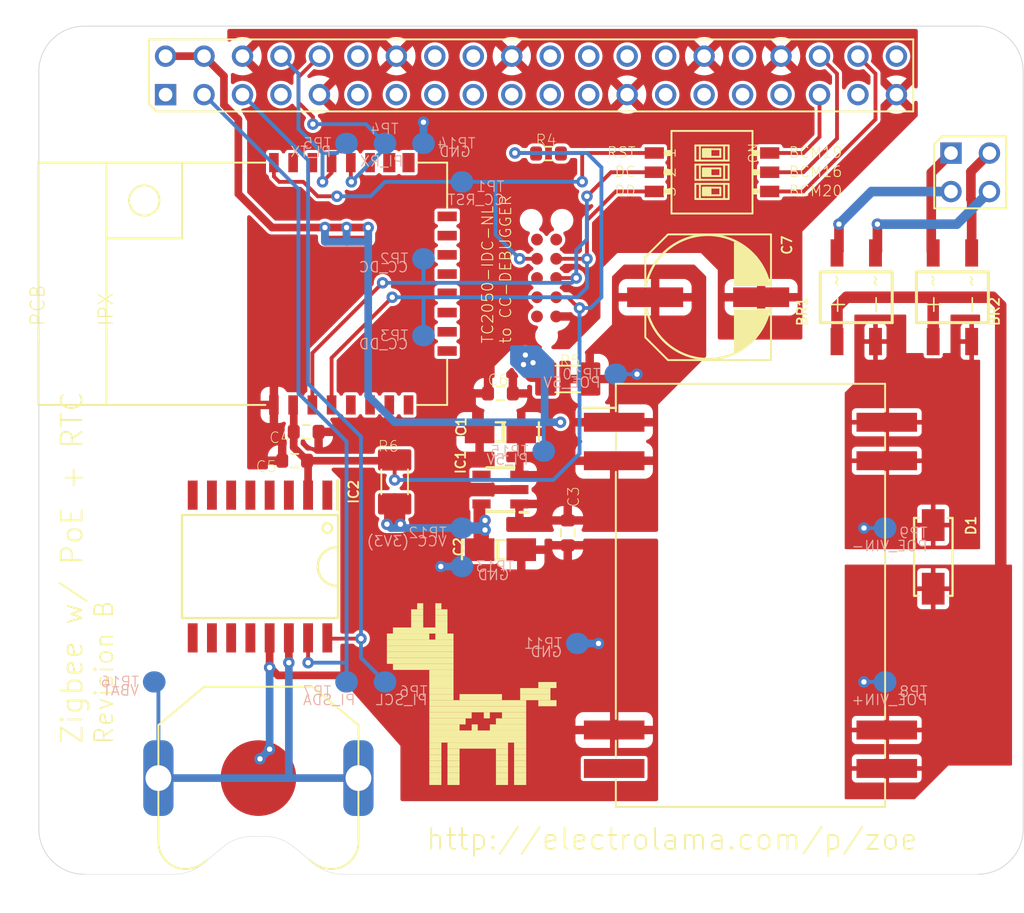
<source format=kicad_pcb>
(kicad_pcb (version 20211014) (generator pcbnew)
  (layers (0 "F.Cu" signal) (31 "B.Cu" signal) (34 "B.Paste" user) (35 "F.Paste" user) (36 "B.SilkS" user "B.Silkscreen") (37 "F.SilkS" user "F.Silkscreen") (38 "B.Mask" user) (39 "F.Mask" user) (44 "Edge.Cuts" user))
  (net 0 "")
  (net 1 "GND")
  (net 2 "POE_VIN+")
  (net 3 "POE_VIN-")
  (net 4 "VB1")
  (net 5 "VB2")
  (net 6 "VA1")
  (net 7 "VA2")
  (net 8 "PI_5V")
  (net 9 "PI_3V3")
  (net 10 "PI_SDA")
  (net 11 "PI_SCL")
  (net 12 "PI_TX")
  (net 13 "PI_RX")
  (net 14 "GP19")
  (net 15 "GP16")
  (net 16 "GP20")
  (net 17 "N$1")
  (net 18 "POE_5V")
  (net 19 "VCC")
  (net 20 "CC_RST")
  (net 21 "CC_DC")
  (net 22 "CC_DD")
  (net 23 "N$2")
  (footprint "eagleBoard:SOP254P665X270-4N" (layer "F.Cu") (at 176.3261 94.9036 90)
    (fp_text reference "BR2")
    (fp_text value "DIODE-RECTIFIER-MB6S")
  )
  (footprint "eagleBoard:_CAP_TANT_A_3216-18R" (layer "F.Cu") (at 146.4811 111.57235 180)
    (fp_text reference "C2")
    (fp_text value "22u")
  )
  (footprint "eagleBoard:SOP254P665X270-4N" (layer "F.Cu") (at 169.9761 94.9036 90)
    (fp_text reference "BR1")
    (fp_text value "DIODE-RECTIFIER-MB6S")
  )
  (footprint "eagleBoard:EBYTE-E18-MS1PA1" (layer "F.Cu") (at 129.4631 94.0146 -90)
    (fp_text reference "MOD1" hide)
    (fp_text value "")
  )
  (footprint "eagleBoard:DSHP03TS-S" (layer "F.Cu") (at 160.4511 86.6486 -90)
    (fp_text reference "SW1" hide)
    (fp_text value "" hide)
  )
  (footprint "eagleBoard:_PKG_C_0603" (layer "F.Cu") (at 133.6541 103.7936)
    (fp_text reference "C4")
    (fp_text value "100n")
  )
  (footprint "eagleBoard:_CAP_ELCO_D8_L10.5" (layer "F.Cu") (at 160.1971 94.9036 180)
    (fp_text reference "C7")
    (fp_text value "470u")
  )
  (footprint "eagleBoard:TP_DUAL_1206" (layer "F.Cu") (at 150.9261 100.3011)
    (fp_text reference "R5")
    (fp_text value "0")
  )
  (footprint "eagleBoard:SOIC127P1032X265-16N" (layer "F.Cu") (at 130.6061 112.6836 -90)
    (fp_text reference "IC2")
    (fp_text value "RTC-DS3231SN#")
  )
  (footprint "eagleBoard:SILVERTEL_AG9800M" (layer "F.Cu") (at 162.9911 114.5886 -90)
    (fp_text reference "MOD2" hide)
    (fp_text value "")
  )
  (footprint "eagleBoard:_PKG_C_0603" (layer "F.Cu") (at 146.4811 101.2536 180)
    (fp_text reference "C6")
    (fp_text value "2u2")
  )
  (footprint "eagleBoard:_PKG_C_0603" (layer "F.Cu") (at 150.9261 110.4611 -90)
    (fp_text reference "C3")
    (fp_text value "2u2")
  )
  (footprint "eagleBoard:DIOM5126X250N-NOPOL" (layer "F.Cu") (at 175.0561 112.0486 90)
    (fp_text reference "D1")
    (fp_text value "DIODE-TVS-SMAJ58CA")
  )
  (footprint "eagleBoard:SOT95P280X145-5N" (layer "F.Cu") (at 146.4811 107.6036 180)
    (fp_text reference "IC1")
    (fp_text value "LDO-TLV70333DBVR")
  )
  (footprint "eagleBoard:_CAP_TANT_A_3216-18R" (layer "F.Cu") (at 146.4811 103.7936)
    (fp_text reference "C1")
    (fp_text value "22u")
  )
  (footprint "eagleBoard:TP_DUAL_1206" (layer "F.Cu") (at 139.4961 107.0956 90)
    (fp_text reference "R6")
    (fp_text value "0")
  )
  (footprint "eagleBoard:_PKG_C_0603" (layer "F.Cu") (at 149.6561 85.4136 180)
    (fp_text reference "R4")
    (fp_text value "4K7")
  )
  (footprint "eagleBoard:_PKG_C_0603" (layer "F.Cu") (at 132.8921 105.6986 180)
    (fp_text reference "C5")
    (fp_text value "100n")
  )
  (footprint "eagleBoard:RPI-HAT-FULL" (layer "F.Cu") (at 116.0011 133.0036)
    (fp_text reference "MOD3" hide)
    (fp_text value "RPI-HAT-FULL")
  )
  (footprint "eagleBoard:ELECTROLAMA" (layer "F.Cu") (at 145.0011 122.5511)
    (fp_text reference "U$1" hide)
    (fp_text value "LOGO-ELECTROLAMA" hide)
  )
  (footprint "eagleBoard:TC2050-IDC-NL" (layer "F.Cu") (at 149.5291 97.4436 90)
    (fp_text reference "CON1" hide)
    (fp_text value "" hide)
  )
  (footprint "eagleBoard:KEYSTONE_3001" (layer "F.Cu") (at 130.5011 126.6536 180)
    (fp_text reference "BAT1" hide)
    (fp_text value "")
  )
  (footprint "eagleBoard:TP" (layer "B.Cu") (at 143.9411 110.1436 180)
    (fp_text reference "TP12")
    (fp_text value "TP" hide)
  )
  (footprint "eagleBoard:TP" (layer "B.Cu") (at 141.4011 92.3636 180)
    (fp_text reference "TP2")
    (fp_text value "TP" hide)
  )
  (footprint "eagleBoard:TP" (layer "B.Cu") (at 171.8811 110.1436 180)
    (fp_text reference "TP9")
    (fp_text value "TP" hide)
  )
  (footprint "eagleBoard:TP" (layer "B.Cu") (at 171.8811 120.3036 180)
    (fp_text reference "TP8")
    (fp_text value "TP" hide)
  )
  (footprint "eagleBoard:TP" (layer "B.Cu") (at 149.3386 105.0636 180)
    (fp_text reference "TP15")
    (fp_text value "TP" hide)
  )
  (footprint "eagleBoard:TP" (layer "B.Cu") (at 141.4011 97.4436 180)
    (fp_text reference "TP3")
    (fp_text value "TP" hide)
  )
  (footprint "eagleBoard:TP" (layer "B.Cu") (at 138.8611 84.7436 180)
    (fp_text reference "TP4")
    (fp_text value "TP" hide)
  )
  (footprint "eagleBoard:TP" (layer "B.Cu") (at 123.6211 120.3036 180)
    (fp_text reference "TP16")
    (fp_text value "TP" hide)
  )
  (footprint "eagleBoard:TP" (layer "B.Cu") (at 143.9411 87.2836 180)
    (fp_text reference "TP1")
    (fp_text value "TP" hide)
  )
  (footprint "eagleBoard:TP" (layer "B.Cu") (at 141.4011 84.7436 180)
    (fp_text reference "TP14")
    (fp_text value "TP" hide)
  )
  (footprint "eagleBoard:TP" (layer "B.Cu") (at 138.8611 120.3036 180)
    (fp_text reference "TP6")
    (fp_text value "TP" hide)
  )
  (footprint "eagleBoard:TP" (layer "B.Cu") (at 143.9411 112.6836 180)
    (fp_text reference "TP13")
    (fp_text value "TP" hide)
  )
  (footprint "eagleBoard:TP" (layer "B.Cu") (at 136.3211 84.7436 180)
    (fp_text reference "TP5")
    (fp_text value "TP" hide)
  )
  (footprint "eagleBoard:TP" (layer "B.Cu") (at 151.5611 117.7636 180)
    (fp_text reference "TP11")
    (fp_text value "TP" hide)
  )
  (footprint "eagleBoard:TP" (layer "B.Cu") (at 136.3211 120.3036 180)
    (fp_text reference "TP7")
    (fp_text value "TP" hide)
  )
  (footprint "eagleBoard:TP" (layer "B.Cu") (at 154.1011 99.9836 180)
    (fp_text reference "TP10")
    (fp_text value "TP" hide)
  )
  (gr_line (start 154.1011 102.2061) (end 151.8786 102.2061) (layer "F.SilkS") (width 0.1524))
  (gr_line (start 178.0011 77.0036) (end 119.0011 77.0036) (layer "Edge.Cuts") (width 0.05))
  (gr_line (start 178.0011 133.0036) (end 136.08725 133.0036) (layer "Edge.Cuts") (width 0.0254))
  (gr_arc (start 116.0011 80.0036) (mid 116.87978 77.88228) (end 119.0011 77.0036) (layer "Edge.Cuts") (width 0.05))
  (gr_arc (start 136.08725 133.0036) (mid 135.065974 132.824416) (end 134.166696 132.308266) (layer "Edge.Cuts") (width 0.0254))
  (gr_line (start 134.166696 132.308266) (end 132.835503 131.198938) (layer "Edge.Cuts") (width 0.0254))
  (gr_arc (start 130.91495 130.503599) (mid 131.936226 130.682785) (end 132.835503 131.198938) (layer "Edge.Cuts") (width 0.0254))
  (gr_arc (start 178.0011 77.0036) (mid 180.12242 77.88228) (end 181.0011 80.0036) (layer "Edge.Cuts") (width 0.05))
  (gr_arc (start 119.0011 133.0036) (mid 116.87978 132.12492) (end 116.0011 130.0036) (layer "Edge.Cuts") (width 0.05))
  (gr_line (start 181.0011 130.0036) (end 181.0011 80.0036) (layer "Edge.Cuts") (width 0.05))
  (gr_line (start 116.0011 80.0036) (end 116.0011 130.0036) (layer "Edge.Cuts") (width 0.05))
  (gr_arc (start 126.835503 132.308266) (mid 125.936226 132.824416) (end 124.91495 133.003601) (layer "Edge.Cuts") (width 0.0254))
  (gr_line (start 128.166696 131.198938) (end 126.835503 132.308266) (layer "Edge.Cuts") (width 0.0254))
  (gr_arc (start 128.166696 131.198937) (mid 129.065974 130.682785) (end 130.08725 130.5036) (layer "Edge.Cuts") (width 0.0254))
  (gr_line (start 124.91495 133.0036) (end 119.0011 133.0036) (layer "Edge.Cuts") (width 0.0254))
  (gr_line (start 130.91495 130.5036) (end 130.08725 130.5036) (layer "Edge.Cuts") (width 0.0254))
  (gr_arc (start 181.0011 130.0036) (mid 180.12242 132.12492) (end 178.0011 133.0036) (layer "Edge.Cuts") (width 0.05))
  (gr_text "CC_DC" (at 140.4486 93.3161) (layer "B.SilkS") (effects (font (size 0.6858 0.6858) (thickness 0.0762)) (justify left bottom mirror)))
  (gr_text "POE_5V" (at 153.1486 100.9361) (layer "B.SilkS") (effects (font (size 0.6858 0.6858) (thickness 0.0762)) (justify left bottom mirror)))
  (gr_text "PI_RX" (at 140.1311 86.3311) (layer "B.SilkS") (effects (font (size 0.6858 0.6858) (thickness 0.0762)) (justify left bottom mirror)))
  (gr_text "POE_VIN+" (at 174.7386 121.8911) (layer "B.SilkS") (effects (font (size 0.6858 0.6858) (thickness 0.0762)) (justify left bottom mirror)))
  (gr_text "GND" (at 144.5761 85.6961) (layer "B.SilkS") (effects (font (size 0.6858 0.6858) (thickness 0.0762)) (justify left bottom mirror)))
  (gr_text "CC_RST" (at 146.7986 88.8711) (layer "B.SilkS") (effects (font (size 0.6858 0.6858) (thickness 0.0762)) (justify left bottom mirror)))
  (gr_text "GND" (at 150.6086 118.7161) (layer "B.SilkS") (effects (font (size 0.6858 0.6858) (thickness 0.0762)) (justify left bottom mirror)))
  (gr_text "PI_TX" (at 135.3686 85.6961) (layer "B.SilkS") (effects (font (size 0.6858 0.6858) (thickness 0.0762)) (justify left bottom mirror)))
  (gr_text "PI_SDA" (at 136.9561 121.8911) (layer "B.SilkS") (effects (font (size 0.6858 0.6858) (thickness 0.0762)) (justify left bottom mirror)))
  (gr_text "VBAT" (at 122.6686 121.2561) (layer "B.SilkS") (effects (font (size 0.6858 0.6858) (thickness 0.0762)) (justify left bottom mirror)))
  (gr_text "VCC (3V3)" (at 142.9886 111.4136) (layer "B.SilkS") (effects (font (size 0.6858 0.6858) (thickness 0.0762)) (justify left bottom mirror)))
  (gr_text "CC_DD" (at 140.4486 98.3961) (layer "B.SilkS") (effects (font (size 0.6858 0.6858) (thickness 0.0762)) (justify left bottom mirror)))
  (gr_text "PI_SCL" (at 141.7186 121.8911) (layer "B.SilkS") (effects (font (size 0.6858 0.6858) (thickness 0.0762)) (justify left bottom mirror)))
  (gr_text "GND" (at 147.1161 113.6361) (layer "B.SilkS") (effects (font (size 0.6858 0.6858) (thickness 0.0762)) (justify left bottom mirror)))
  (gr_text "POE_VIN-" (at 174.7386 111.7311) (layer "B.SilkS") (effects (font (size 0.6858 0.6858) (thickness 0.0762)) (justify left bottom mirror)))
  (gr_text "PI_5V" (at 148.3861 106.0161) (layer "B.SilkS") (effects (font (size 0.6858 0.6858) (thickness 0.0762)) (justify left bottom mirror)))
  (gr_text "DD" (at 155.4611 88.2936) (layer "F.SilkS") (effects (font (size 0.70104 0.70104) (thickness 0.06096)) (justify right bottom)))
  (gr_text "TC2050-IDC-NL\nto CC-DEBUGGER" (at 147.2511 98.0036 90) (layer "F.SilkS") (effects (font (size 0.736 0.736) (thickness 0.064)) (justify left bottom)))
  (gr_text "BCM19" (at 165.4786 85.7536) (layer "F.SilkS") (effects (font (size 0.70104 0.70104) (thickness 0.06096)) (justify left bottom)))
  (gr_text "http://electrolama.com/p/zoe" (at 141.5011 131.5036) (layer "F.SilkS") (effects (font (size 1.38 1.38) (thickness 0.12)) (justify left bottom)))
  (gr_text "BCM16" (at 165.4786 87.0236) (layer "F.SilkS") (effects (font (size 0.70104 0.70104) (thickness 0.06096)) (justify left bottom)))
  (gr_text "RST" (at 155.4611 85.7536) (layer "F.SilkS") (effects (font (size 0.70104 0.70104) (thickness 0.06096)) (justify right bottom)))
  (gr_text "Revision B" (at 121.0011 124.5036 90) (layer "F.SilkS") (effects (font (size 1.196 1.196) (thickness 0.104)) (justify left bottom)))
  (gr_text "DC" (at 155.4611 87.0236) (layer "F.SilkS") (effects (font (size 0.70104 0.70104) (thickness 0.06096)) (justify right bottom)))
  (gr_text "Zigbee w/ PoE + RTC" (at 119.0011 124.5036 90) (layer "F.SilkS") (effects (font (size 1.38 1.38) (thickness 0.12)) (justify left bottom)))
  (gr_text "BCM20" (at 165.4786 88.2936) (layer "F.SilkS") (effects (font (size 0.70104 0.70104) (thickness 0.06096)) (justify left bottom)))
  (segment (start 131.2411 119.3511) (end 131.266162 119.3511) (width 0.508) (layer "F.Cu") (net 1))
  (segment (start 130.6061 126.5486) (end 130.5011 126.6536) (width 0.508) (layer "F.Cu") (net 1))
  (segment (start 144.73485 101.09485) (end 144.73485 103.42235) (width 0.254) (layer "F.Cu") (net 1))
  (segment (start 144.8936 101.2536) (end 144.73485 101.09485) (width 0.254) (layer "F.Cu") (net 1))
  (segment (start 145.6611 101.2536) (end 144.8936 101.2536) (width 0.254) (layer "F.Cu") (net 1))
  (segment (start 131.266162 119.3511) (end 131.784062 119.869) (width 0.508) (layer "F.Cu") (net 1))
  (segment (start 144.73485 103.42235) (end 145.1061 103.7936) (width 0.254) (layer "F.Cu") (net 1))
  (segment (start 147.7311 107.6036) (end 145.2111 107.6036) (width 0.5842) (layer "F.Cu") (net 1))
  (segment (start 150.1641 96.1736) (end 150.9261 96.1736) (width 0.508) (layer "F.Cu") (net 1))
  (segment (start 130.5011 125.4886) (end 130.6061 125.3836) (width 0.508) (layer "F.Cu") (net 1))
  (segment (start 131.2411 117.3956) (end 131.2411 119.3511) (width 0.508) (layer "F.Cu") (net 1))
  (segment (start 130.5011 126.6536) (end 130.5011 125.4886) (width 0.508) (layer "F.Cu") (net 1))
  (segment (start 130.6061 125.3836) (end 130.6061 126.5486) (width 0.508) (layer "F.Cu") (net 1))
  (segment (start 130.6061 125.3836) (end 131.2411 124.7486) (width 0.508) (layer "F.Cu") (net 1))
  (segment (start 131.784062 119.869) (end 137.000365 119.869) (width 0.508) (layer "F.Cu") (net 1))
  (via (at 142.5441 112.6836) (size 0.7564) (drill 0.35) (layers "F.Cu" "B.Cu") (net 1))
  (via (at 130.6061 125.3836) (size 0.7564) (drill 0.35) (layers "F.Cu" "B.Cu") (net 1))
  (via (at 131.2411 119.3511) (size 0.7564) (drill 0.35) (layers "F.Cu" "B.Cu") (net 1))
  (via (at 131.2411 124.7486) (size 0.7564) (drill 0.35) (layers "F.Cu" "B.Cu") (net 1))
  (via (at 141.4011 83.3466) (size 0.7564) (drill 0.35) (layers "F.Cu" "B.Cu") (net 1))
  (via (at 152.9581 117.7636) (size 0.7564) (drill 0.35) (layers "F.Cu" "B.Cu") (net 1))
  (segment (start 131.2411 124.7486) (end 130.6061 125.3836) (width 0.508) (layer "B.Cu") (net 1))
  (segment (start 151.5611 117.7636) (end 152.9581 117.7636) (width 0.508) (layer "B.Cu") (net 1))
  (segment (start 143.9411 112.6836) (end 142.5441 112.6836) (width 0.508) (layer "B.Cu") (net 1))
  (segment (start 131.2411 119.3511) (end 131.2411 124.7486) (width 0.508) (layer "B.Cu") (net 1))
  (segment (start 141.4011 84.7436) (end 141.4011 83.3466) (width 0.508) (layer "B.Cu") (net 1))
  (segment (start 168.7061 97.8286) (end 168.7061 95.5386) (width 0.762) (layer "F.Cu") (net 2))
  (segment (start 175.0561 97.8286) (end 175.0561 94.9036) (width 0.762) (layer "F.Cu") (net 2))
  (segment (start 169.3411 94.9036) (end 175.0561 94.9036) (width 0.762) (layer "F.Cu") (net 2))
  (segment (start 179.5152 95.4497) (end 179.5152 114.257) (width 0.762) (layer "F.Cu") (net 2))
  (segment (start 178.9691 94.9036) (end 179.5152 95.4497) (width 0.762) (layer "F.Cu") (net 2))
  (segment (start 179.5152 114.257) (end 179.5011 114.2711) (width 0.762) (layer "F.Cu") (net 2))
  (segment (start 175.0561 94.9036) (end 178.9691 94.9036) (width 0.762) (layer "F.Cu") (net 2))
  (segment (start 168.7061 95.5386) (end 169.3411 94.9036) (width 0.762) (layer "F.Cu") (net 2))
  (via (at 170.4841 120.3036) (size 0.7564) (drill 0.35) (layers "F.Cu" "B.Cu") (net 2))
  (segment (start 171.8811 120.3036) (end 170.4841 120.3036) (width 0.254) (layer "B.Cu") (net 2))
  (via (at 170.4841 110.1436) (size 0.7564) (drill 0.35) (layers "F.Cu" "B.Cu") (net 3))
  (segment (start 171.8811 110.1436) (end 170.4841 110.1436) (width 0.254) (layer "B.Cu") (net 3))
  (segment (start 171.3731 90.0776) (end 171.3731 91.8516) (width 0.635) (layer "F.Cu") (net 4))
  (segment (start 171.3731 91.8516) (end 171.2461 91.9786) (width 0.635) (layer "F.Cu") (net 4))
  (via (at 171.3731 90.0776) (size 0.7564) (drill 0.35) (layers "F.Cu" "B.Cu") (net 4))
  (segment (start 178.77085 87.92495) (end 176.6182 90.0776) (width 0.635) (layer "B.Cu") (net 4))
  (segment (start 176.6182 90.0776) (end 171.3731 90.0776) (width 0.635) (layer "B.Cu") (net 4))
  (segment (start 168.8331 90.0776) (end 168.8331 91.8516) (width 0.635) (layer "F.Cu") (net 5))
  (segment (start 168.8331 91.8516) (end 168.7061 91.9786) (width 0.635) (layer "F.Cu") (net 5))
  (via (at 168.8331 90.0776) (size 0.7564) (drill 0.35) (layers "F.Cu" "B.Cu") (net 5))
  (segment (start 176.23085 87.92495) (end 170.98575 87.92495) (width 0.635) (layer "B.Cu") (net 5))
  (segment (start 170.98575 87.92495) (end 168.8331 90.0776) (width 0.635) (layer "B.Cu") (net 5))
  (segment (start 177.54615 88.432238) (end 177.54615 86.60965) (width 0.635) (layer "F.Cu") (net 6))
  (segment (start 177.5961 91.9786) (end 177.5961 88.482188) (width 0.635) (layer "F.Cu") (net 6))
  (segment (start 177.54615 86.60965) (end 178.77085 85.38495) (width 0.635) (layer "F.Cu") (net 6))
  (segment (start 177.5961 88.482188) (end 177.54615 88.432238) (width 0.635) (layer "F.Cu") (net 6))
  (segment (start 174.9291 86.6867) (end 174.9291 91.8516) (width 0.635) (layer "F.Cu") (net 7))
  (segment (start 174.9291 91.8516) (end 175.0561 91.9786) (width 0.635) (layer "F.Cu") (net 7))
  (segment (start 176.23085 85.38495) (end 174.9291 86.6867) (width 0.635) (layer "F.Cu") (net 7))
  (segment (start 149.4761 100.3011) (end 149.2856 100.1106) (width 0.762) (layer "F.Cu") (net 8))
  (segment (start 136.3211 91.0936) (end 137.74985 91.0936) (width 0.508) (layer "F.Cu") (net 8))
  (segment (start 136.3211 90.29985) (end 136.3211 91.0936) (width 0.508) (layer "F.Cu") (net 8))
  (segment (start 131.39985 90.29985) (end 129.17735 88.07735) (width 0.508) (layer "F.Cu") (net 8))
  (segment (start 137.74985 90.29985) (end 136.3211 90.29985) (width 0.508) (layer "F.Cu") (net 8))
  (segment (start 124.3704 78.98415) (end 126.9104 78.98415) (width 0.508) (layer "F.Cu") (net 8))
  (segment (start 148.126196 99.723697) (end 148.126196 99.227504) (width 0.762) (layer "F.Cu") (net 8))
  (segment (start 134.89235 90.29985) (end 136.3211 90.29985) (width 0.508) (layer "F.Cu") (net 8))
  (segment (start 134.89235 90.29985) (end 131.39985 90.29985) (width 0.508) (layer "F.Cu") (net 8))
  (segment (start 148.126196 99.227504) (end 148.0051 99.3486) (width 1.016) (layer "F.Cu") (net 8))
  (segment (start 148.634196 99.977697) (end 148.7671 100.1106) (width 0.762) (layer "F.Cu") (net 8))
  (segment (start 137.74985 91.0936) (end 137.74985 90.29985) (width 0.508) (layer "F.Cu") (net 8))
  (segment (start 148.7671 100.1106) (end 148.5131 100.1106) (width 0.762) (layer "F.Cu") (net 8))
  (segment (start 148.6401 99.2216) (end 148.634196 99.227504) (width 1.016) (layer "F.Cu") (net 8))
  (segment (start 126.9104 78.98415) (end 128.22485 80.2986) (width 0.508) (layer "F.Cu") (net 8))
  (segment (start 128.22485 82.2036) (end 129.17735 83.1561) (width 0.508) (layer "F.Cu") (net 8))
  (segment (start 148.634196 99.227504) (end 148.634196 99.977697) (width 0.762) (layer "F.Cu") (net 8))
  (segment (start 149.2856 100.1106) (end 148.7671 100.1106) (width 0.762) (layer "F.Cu") (net 8))
  (segment (start 134.89235 90.29985) (end 134.89235 91.0936) (width 0.508) (layer "F.Cu") (net 8))
  (segment (start 134.89235 91.0936) (end 136.3211 91.0936) (width 0.508) (layer "F.Cu") (net 8))
  (segment (start 148.126196 98.719504) (end 148.126196 99.227504) (width 0.889) (layer "F.Cu") (net 8))
  (segment (start 129.17735 83.1561) (end 129.17735 88.07735) (width 0.508) (layer "F.Cu") (net 8))
  (segment (start 148.5131 100.1106) (end 148.126196 99.723697) (width 0.762) (layer "F.Cu") (net 8))
  (segment (start 128.22485 80.2986) (end 128.22485 82.2036) (width 0.508) (layer "F.Cu") (net 8))
  (via (at 148.0051 99.3486) (size 0.7564) (drill 0.35) (layers "F.Cu" "B.Cu") (net 8))
  (via (at 136.3211 90.29985) (size 0.7564) (drill 0.35) (layers "F.Cu" "B.Cu") (net 8))
  (via (at 134.89235 90.29985) (size 0.7564) (drill 0.35) (layers "F.Cu" "B.Cu") (net 8))
  (via (at 148.634196 99.227504) (size 0.7564) (drill 0.35) (layers "F.Cu" "B.Cu") (net 8))
  (via (at 148.126196 98.719504) (size 0.7564) (drill 0.35) (layers "F.Cu" "B.Cu") (net 8))
  (via (at 137.74985 90.29985) (size 0.7564) (drill 0.35) (layers "F.Cu" "B.Cu") (net 8))
  (via (at 150.44985 103.1586) (size 0.7564) (drill 0.35) (layers "F.Cu" "B.Cu") (net 8))
  (segment (start 134.89235 91.25235) (end 134.89235 90.29985) (width 0.508) (layer "B.Cu") (net 8))
  (segment (start 149.4021 99.4756) (end 149.1481 99.4756) (width 0.508) (layer "B.Cu") (net 8))
  (segment (start 137.74985 101.41235) (end 137.74985 91.25235) (width 0.508) (layer "B.Cu") (net 8))
  (segment (start 149.4021 103.0951) (end 149.4021 99.4756) (width 0.508) (layer "B.Cu") (net 8))
  (segment (start 136.3211 91.25235) (end 134.89235 91.25235) (width 0.508) (layer "B.Cu") (net 8))
  (segment (start 137.74985 91.25235) (end 136.3211 91.25235) (width 0.508) (layer "B.Cu") (net 8))
  (segment (start 137.74985 90.29985) (end 137.74985 91.25235) (width 0.508) (layer "B.Cu") (net 8))
  (segment (start 137.74985 101.41235) (end 139.4961 103.1586) (width 0.508) (layer "B.Cu") (net 8))
  (segment (start 148.1321 98.725407) (end 148.1321 98.7136) (width 0.508) (layer "B.Cu") (net 8))
  (segment (start 149.3386 105.0636) (end 149.3386 103.1586) (width 0.254) (layer "B.Cu") (net 8))
  (segment (start 148.634196 99.227504) (end 148.1321 98.725407) (width 0.508) (layer "B.Cu") (net 8))
  (segment (start 148.0051 99.3486) (end 148.3861 98.9676) (width 0.508) (layer "B.Cu") (net 8))
  (segment (start 149.3386 103.1586) (end 149.4021 103.0951) (width 0.508) (layer "B.Cu") (net 8))
  (segment (start 149.3386 103.1586) (end 150.44985 103.1586) (width 0.508) (layer "B.Cu") (net 8))
  (segment (start 139.4961 103.1586) (end 149.3386 103.1586) (width 0.508) (layer "B.Cu") (net 8))
  (segment (start 148.1321 98.7136) (end 148.126196 98.719504) (width 0.508) (layer "B.Cu") (net 8))
  (segment (start 136.3211 90.29985) (end 136.3211 91.25235) (width 0.508) (layer "B.Cu") (net 8))
  (segment (start 133.7811 117.3956) (end 133.7811 119.0336) (width 0.254) (layer "F.Cu") (net 10))
  (via (at 133.7811 119.0336) (size 0.7564) (drill 0.35) (layers "F.Cu" "B.Cu") (net 10))
  (segment (start 133.1461 101.2536) (end 133.1461 87.75985) (width 0.254) (layer "B.Cu") (net 10))
  (segment (start 133.1461 87.75985) (end 126.9104 81.52415) (width 0.254) (layer "B.Cu") (net 10))
  (segment (start 133.7811 119.0336) (end 136.3211 119.0336) (width 0.254) (layer "B.Cu") (net 10))
  (segment (start 136.3211 104.4286) (end 136.3211 119.0336) (width 0.254) (layer "B.Cu") (net 10))
  (segment (start 136.3211 119.0336) (end 136.3211 120.3036) (width 0.254) (layer "B.Cu") (net 10))
  (segment (start 133.1461 101.2536) (end 136.3211 104.4286) (width 0.254) (layer "B.Cu") (net 10))
  (segment (start 137.2736 117.4461) (end 135.1016 117.4461) (width 0.254) (layer "F.Cu") (net 11))
  (segment (start 135.1016 117.4461) (end 135.0511 117.3956) (width 0.254) (layer "F.Cu") (net 11))
  (via (at 137.2736 117.4461) (size 0.7564) (drill 0.35) (layers "F.Cu" "B.Cu") (net 11))
  (segment (start 137.2736 104.1111) (end 137.2736 117.4461) (width 0.254) (layer "B.Cu") (net 11))
  (segment (start 129.4504 81.52415) (end 133.7811 85.85485) (width 0.254) (layer "B.Cu") (net 11))
  (segment (start 133.7811 100.6186) (end 137.2736 104.1111) (width 0.254) (layer "B.Cu") (net 11))
  (segment (start 137.2736 118.7161) (end 137.2736 117.4461) (width 0.254) (layer "B.Cu") (net 11))
  (segment (start 133.7811 85.85485) (end 133.7811 100.6186) (width 0.254) (layer "B.Cu") (net 11))
  (segment (start 138.8611 120.3036) (end 137.2736 118.7161) (width 0.254) (layer "B.Cu") (net 11))
  (segment (start 135.3686 85.9791) (end 135.3331 86.0146) (width 0.254) (layer "F.Cu") (net 12))
  (segment (start 135.3331 86.6841) (end 134.7336 87.2836) (width 0.254) (layer "F.Cu") (net 12))
  (segment (start 135.3331 86.0146) (end 135.3331 86.6841) (width 0.254) (layer "F.Cu") (net 12))
  (via (at 134.7336 87.2836) (size 0.7564) (drill 0.35) (layers "F.Cu" "B.Cu") (net 12))
  (segment (start 135.6861 85.3786) (end 134.7336 85.3786) (width 0.254) (layer "B.Cu") (net 12))
  (segment (start 134.7336 85.3786) (end 134.7336 87.2836) (width 0.254) (layer "B.Cu") (net 12))
  (segment (start 133.1461 80.13985) (end 133.1461 83.7911) (width 0.254) (layer "B.Cu") (net 12))
  (segment (start 133.1461 83.7911) (end 134.7336 85.3786) (width 0.254) (layer "B.Cu") (net 12))
  (segment (start 131.9904 78.98415) (end 133.1461 80.13985) (width 0.254) (layer "B.Cu") (net 12))
  (segment (start 136.3211 84.7436) (end 135.6861 85.3786) (width 0.254) (layer "B.Cu") (net 12))
  (segment (start 133.1461 80.36845) (end 133.1461 82.04485) (width 0.254) (layer "F.Cu") (net 13))
  (segment (start 136.6386 87.2836) (end 136.6031 87.2481) (width 0.254) (layer "F.Cu") (net 13))
  (segment (start 133.1461 82.04485) (end 134.0986 82.99735) (width 0.254) (layer "F.Cu") (net 13))
  (segment (start 134.0986 82.99735) (end 134.0986 83.4736) (width 0.254) (layer "F.Cu") (net 13))
  (segment (start 136.6386 85.9791) (end 136.6031 86.0146) (width 0.254) (layer "F.Cu") (net 13))
  (segment (start 136.6031 87.2481) (end 136.6031 86.0146) (width 0.254) (layer "F.Cu") (net 13))
  (segment (start 134.5304 78.98415) (end 133.1461 80.36845) (width 0.254) (layer "F.Cu") (net 13))
  (via (at 136.6386 87.2836) (size 0.7564) (drill 0.35) (layers "F.Cu" "B.Cu") (net 13))
  (via (at 134.0986 83.4736) (size 0.7564) (drill 0.35) (layers "F.Cu" "B.Cu") (net 13))
  (segment (start 134.0986 83.4736) (end 137.5911 83.4736) (width 0.254) (layer "B.Cu") (net 13))
  (segment (start 137.5911 83.4736) (end 138.8611 84.7436) (width 0.254) (layer "B.Cu") (net 13))
  (segment (start 138.8611 84.7436) (end 138.8611 85.0611) (width 0.254) (layer "B.Cu") (net 13))
  (segment (start 138.8611 85.0611) (end 136.6386 87.2836) (width 0.254) (layer "B.Cu") (net 13))
  (segment (start 167.5504 81.52415) (end 167.5504 84.3118) (width 0.254) (layer "F.Cu") (net 14))
  (segment (start 166.4836 85.3786) (end 164.2611 85.3786) (width 0.254) (layer "F.Cu") (net 14))
  (segment (start 167.5504 84.3118) (end 166.4836 85.3786) (width 0.254) (layer "F.Cu") (net 14))
  (segment (start 168.7061 84.4261) (end 166.4836 86.6486) (width 0.254) (layer "F.Cu") (net 15))
  (segment (start 168.7061 80.13985) (end 168.7061 84.4261) (width 0.254) (layer "F.Cu") (net 15))
  (segment (start 167.5504 78.98415) (end 168.7061 80.13985) (width 0.254) (layer "F.Cu") (net 15))
  (segment (start 166.4836 86.6486) (end 164.2611 86.6486) (width 0.254) (layer "F.Cu") (net 15))
  (segment (start 166.4836 87.9186) (end 164.2611 87.9186) (width 0.254) (layer "F.Cu") (net 16))
  (segment (start 171.2461 80.13985) (end 171.2461 83.1561) (width 0.254) (layer "F.Cu") (net 16))
  (segment (start 170.0904 78.98415) (end 171.2461 80.13985) (width 0.254) (layer "F.Cu") (net 16))
  (segment (start 171.2461 83.1561) (end 166.4836 87.9186) (width 0.254) (layer "F.Cu") (net 16))
  (segment (start 132.5111 117.3956) (end 132.5111 119.0336) (width 0.508) (layer "F.Cu") (net 17))
  (via (at 132.5111 119.0336) (size 0.7564) (drill 0.35) (layers "F.Cu" "B.Cu") (net 17))
  (segment (start 123.8971 120.5796) (end 123.6211 120.3036) (width 0.254) (layer "B.Cu") (net 17))
  (segment (start 123.8971 126.6536) (end 123.8971 120.5796) (width 0.254) (layer "B.Cu") (net 17))
  (segment (start 123.8971 126.6536) (end 132.5111 126.6536) (width 0.508) (layer "B.Cu") (net 17))
  (segment (start 132.5111 119.0336) (end 132.5111 126.6536) (width 0.508) (layer "B.Cu") (net 17))
  (segment (start 137.1051 126.6536) (end 132.5111 126.6536) (width 0.508) (layer "B.Cu") (net 17))
  (via (at 155.4981 99.9836) (size 0.7564) (drill 0.35) (layers "F.Cu" "B.Cu") (net 18))
  (segment (start 154.1011 99.9836) (end 155.4981 99.9836) (width 0.254) (layer "B.Cu") (net 18))
  (segment (start 150.9261 94.9036) (end 151.6345 95.612) (width 0.254) (layer "F.Cu") (net 19))
  (segment (start 132.8341 103.7936) (end 132.8341 104.4231) (width 0.508) (layer "F.Cu") (net 19))
  (segment (start 132.8341 104.4231) (end 132.8286 104.4286) (width 0.508) (layer "F.Cu") (net 19))
  (segment (start 132.8341 102.0556) (end 132.8341 103.7936) (width 0.508) (layer "F.Cu") (net 19))
  (segment (start 132.8286 104.8151) (end 133.7121 105.6986) (width 0.508) (layer "F.Cu") (net 19))
  (segment (start 133.7811 105.7676) (end 133.7811 107.9716) (width 0.508) (layer "F.Cu") (net 19))
  (segment (start 133.7121 105.6986) (end 133.7811 105.7676) (width 0.508) (layer "F.Cu") (net 19))
  (segment (start 148.8011 85.3786) (end 148.8361 85.4136) (width 0.254) (layer "F.Cu") (net 19))
  (segment (start 150.1641 94.9036) (end 150.9261 94.9036) (width 0.254) (layer "F.Cu") (net 19))
  (segment (start 132.8286 104.4286) (end 132.8286 104.8151) (width 0.508) (layer "F.Cu") (net 19))
  (segment (start 139.4961 106.9686) (end 139.4961 105.6456) (width 0.254) (layer "F.Cu") (net 19))
  (segment (start 132.7931 102.0146) (end 132.8341 102.0556) (width 0.508) (layer "F.Cu") (net 19))
  (segment (start 139.4431 105.6986) (end 139.4961 105.6456) (width 0.508) (layer "F.Cu") (net 19))
  (segment (start 151.6345 95.612) (end 151.704687 95.612) (width 0.254) (layer "F.Cu") (net 19))
  (segment (start 133.7121 105.6986) (end 139.4431 105.6986) (width 0.508) (layer "F.Cu") (net 19))
  (segment (start 147.4336 85.3786) (end 148.8011 85.3786) (width 0.254) (layer "F.Cu") (net 19))
  (via (at 147.4336 85.3786) (size 0.7564) (drill 0.35) (layers "F.Cu" "B.Cu") (net 19))
  (via (at 139.4961 106.9686) (size 0.7564) (drill 0.35) (layers "F.Cu" "B.Cu") (net 19))
  (via (at 151.704687 95.612) (size 0.7564) (drill 0.35) (layers "F.Cu" "B.Cu") (net 19))
  (segment (start 151.704687 105.237513) (end 149.9736 106.9686) (width 0.254) (layer "B.Cu") (net 19))
  (segment (start 152.4402 95.612) (end 153.1486 94.9036) (width 0.254) (layer "B.Cu") (net 19))
  (segment (start 151.704687 95.612) (end 151.704687 105.237513) (width 0.254) (layer "B.Cu") (net 19))
  (segment (start 151.704687 95.612) (end 152.4402 95.612) (width 0.254) (layer "B.Cu") (net 19))
  (segment (start 152.1961 85.3786) (end 147.4336 85.3786) (width 0.254) (layer "B.Cu") (net 19))
  (segment (start 149.9736 106.9686) (end 139.4961 106.9686) (width 0.254) (layer "B.Cu") (net 19))
  (segment (start 153.1486 94.9036) (end 153.1486 86.3311) (width 0.254) (layer "B.Cu") (net 19))
  (segment (start 153.1486 86.3311) (end 152.1961 85.3786) (width 0.254) (layer "B.Cu") (net 19))
  (segment (start 134.4161 88.2361) (end 135.6861 88.2361) (width 0.254) (layer "F.Cu") (net 20))
  (segment (start 131.8761 87.2836) (end 133.4636 87.2836) (width 0.254) (layer "F.Cu") (net 20))
  (segment (start 151.8786 87.2765) (end 151.8786 87.2836) (width 0.254) (layer "F.Cu") (net 20))
  (segment (start 148.8941 92.3636) (end 147.7511 92.3636) (width 0.254) (layer "F.Cu") (net 20))
  (segment (start 150.5111 85.3786) (end 150.4761 85.4136) (width 0.254) (layer "F.Cu") (net 20))
  (segment (start 151.8786 85.3786) (end 150.5111 85.3786) (width 0.254) (layer "F.Cu") (net 20))
  (segment (start 151.8786 87.2765) (end 151.8786 85.3786) (width 0.254) (layer "F.Cu") (net 20))
  (segment (start 131.5231 86.9306) (end 131.8761 87.2836) (width 0.254) (layer "F.Cu") (net 20))
  (segment (start 151.8786 85.3786) (end 156.6411 85.3786) (width 0.254) (layer "F.Cu") (net 20))
  (segment (start 131.5231 86.0146) (end 131.5231 86.9306) (width 0.254) (layer "F.Cu") (net 20))
  (segment (start 133.4636 87.2836) (end 134.4161 88.2361) (width 0.254) (layer "F.Cu") (net 20))
  (via (at 151.8786 87.2765) (size 0.7564) (drill 0.35) (layers "F.Cu" "B.Cu") (net 20))
  (via (at 147.7511 92.3636) (size 0.7564) (drill 0.35) (layers "F.Cu" "B.Cu") (net 20))
  (via (at 135.6861 88.2361) (size 0.7564) (drill 0.35) (layers "F.Cu" "B.Cu") (net 20))
  (segment (start 146.1707 87.2765) (end 151.8786 87.2765) (width 0.254) (layer "B.Cu") (net 20))
  (segment (start 138.8611 87.2836) (end 137.9086 88.2361) (width 0.254) (layer "B.Cu") (net 20))
  (segment (start 147.7511 92.3636) (end 146.1636 90.7761) (width 0.254) (layer "B.Cu") (net 20))
  (segment (start 146.1636 87.2836) (end 146.1707 87.2765) (width 0.254) (layer "B.Cu") (net 20))
  (segment (start 146.1636 87.2836) (end 143.9411 87.2836) (width 0.254) (layer "B.Cu") (net 20))
  (segment (start 137.9086 88.2361) (end 135.6861 88.2361) (width 0.254) (layer "B.Cu") (net 20))
  (segment (start 146.1636 90.7761) (end 146.1636 87.2836) (width 0.254) (layer "B.Cu") (net 20))
  (segment (start 143.9411 87.2836) (end 138.8611 87.2836) (width 0.254) (layer "B.Cu") (net 20))
  (segment (start 134.0631 98.59035) (end 134.0631 102.0146) (width 0.254) (layer "F.Cu") (net 21))
  (segment (start 153.7836 86.6486) (end 152.1961 88.2361) (width 0.254) (layer "F.Cu") (net 21))
  (segment (start 151.4849 93.6336) (end 150.1641 93.6336) (width 0.254) (layer "F.Cu") (net 21))
  (segment (start 138.70235 93.9511) (end 134.0631 98.59035) (width 0.254) (layer "F.Cu") (net 21))
  (segment (start 156.6411 86.6486) (end 153.7836 86.6486) (width 0.254) (layer "F.Cu") (net 21))
  (via (at 151.4849 93.6336) (size 0.7564) (drill 0.35) (layers "F.Cu" "B.Cu") (net 21))
  (via (at 138.70235 93.9511) (size 0.7564) (drill 0.35) (layers "F.Cu" "B.Cu") (net 21))
  (via (at 152.1961 88.2361) (size 0.7564) (drill 0.35) (layers "F.Cu" "B.Cu") (net 21))
  (segment (start 151.4849 93.6336) (end 151.4877 93.6308) (width 0.254) (layer "B.Cu") (net 21))
  (segment (start 141.4011 93.9511) (end 151.1928 93.9511) (width 0.254) (layer "B.Cu") (net 21))
  (segment (start 151.4849 93.659) (end 151.1928 93.9511) (width 0.254) (layer "B.Cu") (net 21))
  (segment (start 151.4849 93.659) (end 151.4849 93.6336) (width 0.254) (layer "B.Cu") (net 21))
  (segment (start 141.4011 93.9511) (end 138.70235 93.9511) (width 0.254) (layer "B.Cu") (net 21))
  (segment (start 152.1881 91.088357) (end 152.1881 88.2441) (width 0.254) (layer "B.Cu") (net 21))
  (segment (start 141.4011 92.3636) (end 141.4011 93.9511) (width 0.254) (layer "B.Cu") (net 21))
  (segment (start 151.4877 91.788757) (end 152.1881 91.088357) (width 0.254) (layer "B.Cu") (net 21))
  (segment (start 151.4877 91.788757) (end 151.4877 93.6308) (width 0.254) (layer "B.Cu") (net 21))
  (segment (start 152.1881 88.2441) (end 152.1961 88.2361) (width 0.254) (layer "B.Cu") (net 21))
  (segment (start 156.6411 87.9186) (end 154.1011 87.9186) (width 0.254) (layer "F.Cu") (net 22))
  (segment (start 154.1011 87.9186) (end 152.1961 89.8236) (width 0.254) (layer "F.Cu") (net 22))
  (segment (start 152.1961 92.3636) (end 150.1641 92.3636) (width 0.254) (layer "F.Cu") (net 22))
  (segment (start 152.1961 89.8236) (end 152.1961 92.3636) (width 0.254) (layer "F.Cu") (net 22))
  (segment (start 139.33735 94.9036) (end 135.3331 98.90785) (width 0.254) (layer "F.Cu") (net 22))
  (segment (start 135.3331 98.90785) (end 135.3331 102.0146) (width 0.254) (layer "F.Cu") (net 22))
  (via (at 139.33735 94.9036) (size 0.7564) (drill 0.35) (layers "F.Cu" "B.Cu") (net 22))
  (via (at 152.1961 92.3636) (size 0.7564) (drill 0.35) (layers "F.Cu" "B.Cu") (net 22))
  (segment (start 141.4011 97.4436) (end 141.4011 94.9036) (width 0.254) (layer "B.Cu") (net 22))
  (segment (start 149.9736 94.9036) (end 151.5611 94.9036) (width 0.254) (layer "B.Cu") (net 22))
  (segment (start 151.5611 94.9036) (end 152.1961 94.2686) (width 0.254) (layer "B.Cu") (net 22))
  (segment (start 152.1961 94.2686) (end 152.1961 92.3636) (width 0.254) (layer "B.Cu") (net 22))
  (segment (start 139.33735 94.9036) (end 141.4011 94.9036) (width 0.254) (layer "B.Cu") (net 22))
  (segment (start 141.4011 94.9036) (end 149.9736 94.9036) (width 0.254) (layer "B.Cu") (net 22))
  (segment (start 145.2311 109.4016) (end 145.4651 109.6356) (width 0.508) (layer "F.Cu") (net 23))
  (segment (start 144.9571 110.7786) (end 144.9571 108.8276) (width 0.508) (layer "F.Cu") (net 23))
  (segment (start 145.4651 109.6356) (end 145.4651 110.2706) (width 0.508) (layer "F.Cu") (net 23))
  (segment (start 139.8771 109.8896) (end 139.4961 109.5086) (width 0.508) (layer "F.Cu") (net 23))
  (segment (start 144.9571 108.8276) (end 145.2311 108.5536) (width 0.508) (layer "F.Cu") (net 23))
  (segment (start 145.4651 111.21335) (end 145.1061 111.57235) (width 0.508) (layer "F.Cu") (net 23))
  (segment (start 139.8771 109.8896) (end 138.9881 109.8896) (width 0.762) (layer "F.Cu") (net 23))
  (segment (start 145.1061 111.57235) (end 145.1061 110.9276) (width 0.508) (layer "F.Cu") (net 23))
  (segment (start 145.1061 110.9276) (end 144.9571 110.7786) (width 0.508) (layer "F.Cu") (net 23))
  (segment (start 139.4961 109.5086) (end 139.4961 108.5456) (width 1.397) (layer "F.Cu") (net 23))
  (segment (start 145.4651 110.2706) (end 145.4651 111.21335) (width 0.508) (layer "F.Cu") (net 23))
  (segment (start 145.2311 108.5536) (end 145.2311 109.4016) (width 0.508) (layer "F.Cu") (net 23))
  (via (at 145.4651 110.2706) (size 0.7564) (drill 0.35) (layers "F.Cu" "B.Cu") (net 23))
  (via (at 138.9881 109.8896) (size 0.7564) (drill 0.35) (layers "F.Cu" "B.Cu") (net 23))
  (via (at 145.4651 109.6356) (size 0.7564) (drill 0.35) (layers "F.Cu" "B.Cu") (net 23))
  (via (at 139.8771 109.8896) (size 0.7564) (drill 0.35) (layers "F.Cu" "B.Cu") (net 23))
  (segment (start 143.9411 110.1436) (end 139.2421 110.1436) (width 0.508) (layer "B.Cu") (net 23))
  (segment (start 143.9411 110.1436) (end 145.3381 110.1436) (width 0.762) (layer "B.Cu") (net 23))
  (segment (start 145.3381 110.1436) (end 145.4651 110.2706) (width 0.762) (layer "B.Cu") (net 23))
  (segment (start 139.2421 110.1436) (end 138.9881 109.8896) (width 0.508) (layer "B.Cu") (net 23))
  (zone (net 18) (net_name "POE_5V") (layer "F.Cu") (priority 6) (connect_pads (clearance 0.000001)) (min_thickness 0.254) (fill yes (thermal_gap 0.558) (thermal_bridge_width 0.558))
    (polygon (pts (xy 160.0701 93.52839) (xy 160.0701 98.81881) (xy 156.8951 101.99381) (xy 156.8951 110.3976) (xy 146.8621 110.3976) (xy 146.8621 99.87839) (xy 147.64589 99.0946) (xy 151.45589 99.0946) (xy 153.8471 96.70339) (xy 153.8471 93.52839) (xy 154.63089 92.7446) (xy 159.28631 92.7446)))
  )
  (zone (net 3) (net_name "POE_VIN-") (layer "F.Cu") (priority 6) (connect_pads (clearance 0.000001)) (min_thickness 0.127) (fill yes (thermal_gap 0.304) (thermal_bridge_width 0.304))
    (polygon (pts (xy 173.2781 98.5866) (xy 176.1991 98.5866) (xy 176.1991 96.0466) (xy 178.1549 96.0466) (xy 178.1549 111.5406) (xy 169.2141 111.5406) (xy 169.2141 101.200995) (xy 169.8491 100.565994) (xy 169.8491 96.0466) (xy 173.2781 96.0466)))
  )
  (zone (net 2) (net_name "POE_VIN+") (layer "F.Cu") (priority 6) (connect_pads (clearance 0.000001)) (min_thickness 0.127) (fill yes (thermal_gap 0.304) (thermal_bridge_width 0.304))
    (polygon (pts (xy 180.2631 125.8281) (xy 176.061206 125.8281) (xy 173.838705 128.0506) (xy 169.2141 128.0506) (xy 169.2141 112.5566) (xy 180.2631 112.5566)))
  )
  (zone (net 1) (net_name "GND") (layer "F.Cu") (priority 6) (connect_pads (clearance 0.000001)) (min_thickness 0.254) (fill yes (thermal_gap 0.558) (thermal_bridge_width 0.558))
    (polygon (pts (xy 174.0401 82.94381) (xy 166.4201 90.56381) (xy 166.4201 97.6976) (xy 160.8321 97.6976) (xy 160.8321 93.10381) (xy 159.71089 91.9826) (xy 154.20631 91.9826) (xy 153.0851 93.10381) (xy 153.0851 96.27881) (xy 151.03131 98.3326) (xy 147.22131 98.3326) (xy 146.1001 99.45381) (xy 146.1001 110.03839) (xy 146.90381 110.8421) (xy 156.8951 110.8421) (xy 156.8951 128.1776) (xy 139.8771 128.1776) (xy 139.8771 124.527361) (xy 135.90835 120.043283) (xy 135.90835 106.91506) (xy 135.26339 106.2701) (xy 129.756178 106.2701) (xy 129.756178 83.282991) (xy 128.4471 80.88953) (xy 128.4471 77.1871) (xy 174.0401 77.1871)))
  )
  (zone (net 8) (net_name "PI_5V") (layer "B.Cu") (priority 6) (connect_pads (clearance 0.000001)) (min_thickness 0.254) (fill yes (thermal_gap 0.558) (thermal_bridge_width 0.558))
    (polygon (pts (xy 150.0371 99.11639) (xy 150.0371 100.2376) (xy 148.02689 100.2376) (xy 147.1161 99.32681) (xy 147.1161 98.0786) (xy 148.99931 98.0786)))
  )
)
</source>
